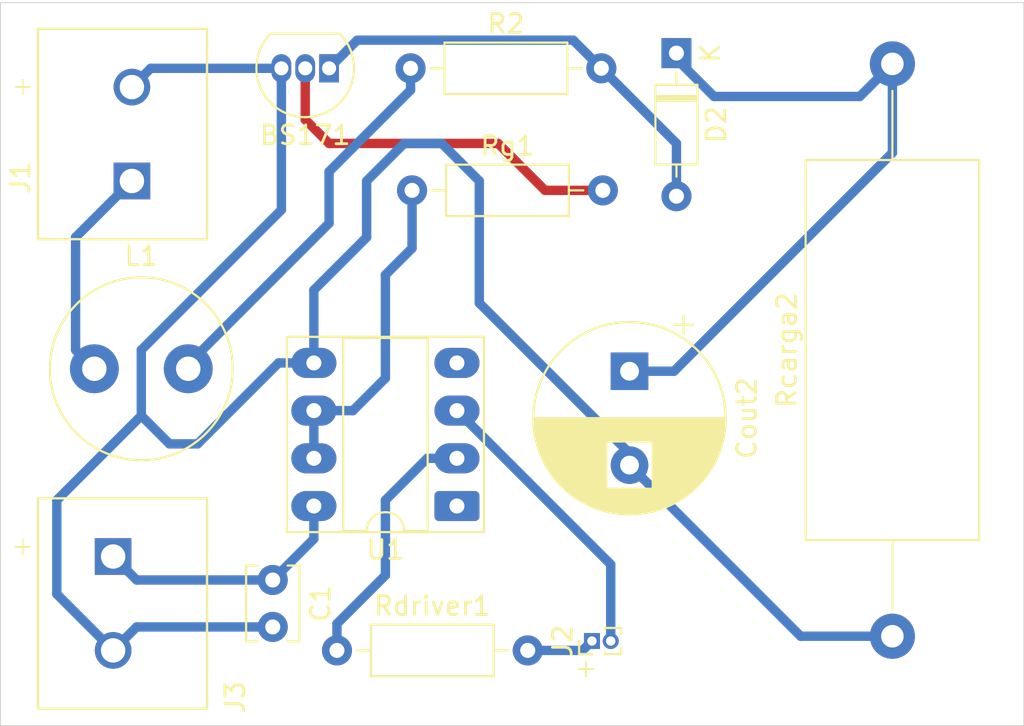
<source format=kicad_pcb>
(kicad_pcb (version 20241229) (generator "pcbnew") (generator_version "9.0")
  (layers (0 "F.Cu" signal) (2 "B.Cu" signal) (13 "F.Paste" user) (15 "B.Paste" user) (5 "F.SilkS" user "F.Silkscreen") (7 "B.SilkS" user "B.Silkscreen") (1 "F.Mask" user) (3 "B.Mask" user) (25 "Edge.Cuts" user))
  (net 0 "")
  (net 1 "/Source")
  (net 2 "/Drain")
  (net 3 "/Gate")
  (net 4 "Net-(U1-VCC)")
  (net 5 "Net-(D2-K)")
  (net 6 "Net-(J1-Pad1)")
  (net 7 "Net-(J2-Pin_2)")
  (net 8 "Net-(J2-Pin_1)")
  (net 9 "Net-(L1-Pad2)")
  (net 10 "Net-(U1-Anode)")
  (net 11 "Net-(Rg1-Pad1)")
  (footprint "Capacitor_THT:CP_Radial_D10.0mm_P5.00mm" (layer "F.Cu") (at 144.5 75.132323 -90)
    (property "Reference" "Cout2" (at 2.5 -6.25 90) (layer "F.SilkS"))
    (property "Value" "160 uF")
    (fp_line (start 3.781 1.241) (end 3.781 4.918) (stroke (width 0.12)) (layer "F.SilkS"))
    (fp_line (start 3.821 1.241) (end 3.821 4.907) (stroke (width 0.12)) (layer "F.SilkS"))
    (fp_line (start 3.861 1.241) (end 3.861 4.897) (stroke (width 0.12)) (layer "F.SilkS"))
    (fp_line (start 3.901 1.241) (end 3.901 4.885) (stroke (width 0.12)) (layer "F.SilkS"))
    (fp_line (start 3.941 1.241) (end 3.941 4.874) (stroke (width 0.12)) (layer "F.SilkS"))
    (fp_line (start 3.981 1.241) (end 3.981 4.862) (stroke (width 0.12)) (layer "F.SilkS"))
    (fp_line (start 4.021 1.241) (end 4.021 4.85) (stroke (width 0.12)) (layer "F.SilkS"))
    (fp_line (start 4.061 1.241) (end 4.061 4.837) (stroke (width 0.12)) (layer "F.SilkS"))
    (fp_line (start 4.101 1.241) (end 4.101 4.824) (stroke (width 0.12)) (layer "F.SilkS"))
    (fp_line (start 4.141 1.241) (end 4.141 4.811) (stroke (width 0.12)) (layer "F.SilkS"))
    (fp_line (start 4.181 1.241) (end 4.181 4.797) (stroke (width 0.12)) (layer "F.SilkS"))
    (fp_line (start 4.221 1.241) (end 4.221 4.783) (stroke (width 0.12)) (layer "F.SilkS"))
    (fp_line (start 4.261 1.241) (end 4.261 4.768) (stroke (width 0.12)) (layer "F.SilkS"))
    (fp_line (start 4.301 1.241) (end 4.301 4.754) (stroke (width 0.12)) (layer "F.SilkS"))
    (fp_line (start 4.341 1.241) (end 4.341 4.738) (stroke (width 0.12)) (layer "F.SilkS"))
    (fp_line (start 4.381 1.241) (end 4.381 4.723) (stroke (width 0.12)) (layer "F.SilkS"))
    (fp_line (start 4.421 1.241) (end 4.421 4.707) (stroke (width 0.12)) (layer "F.SilkS"))
    (fp_line (start 4.461 1.241) (end 4.461 4.69) (stroke (width 0.12)) (layer "F.SilkS"))
    (fp_line (start 4.501 1.241) (end 4.501 4.674) (stroke (width 0.12)) (layer "F.SilkS"))
    (fp_line (start 4.541 1.241) (end 4.541 4.657) (stroke (width 0.12)) (layer "F.SilkS"))
    (fp_line (start 4.581 1.241) (end 4.581 4.639) (stroke (width 0.12)) (layer "F.SilkS"))
    (fp_line (start 4.621 1.241) (end 4.621 4.621) (stroke (width 0.12)) (layer "F.SilkS"))
    (fp_line (start 4.661 1.241) (end 4.661 4.603) (stroke (width 0.12)) (layer "F.SilkS"))
    (fp_line (start 4.701 1.241) (end 4.701 4.584) (stroke (width 0.12)) (layer "F.SilkS"))
    (fp_line (start 4.741 1.241) (end 4.741 4.564) (stroke (width 0.12)) (layer "F.SilkS"))
    (fp_line (start 4.781 1.241) (end 4.781 4.545) (stroke (width 0.12)) (layer "F.SilkS"))
    (fp_line (start 4.821 1.241) (end 4.821 4.525) (stroke (width 0.12)) (layer "F.SilkS"))
    (fp_line (start 4.861 1.241) (end 4.861 4.504) (stroke (width 0.12)) (layer "F.SilkS"))
    (fp_line (start 4.901 1.241) (end 4.901 4.483) (stroke (width 0.12)) (layer "F.SilkS"))
    (fp_line (start 4.941 1.241) (end 4.941 4.462) (stroke (width 0.12)) (layer "F.SilkS"))
    (fp_line (start 4.981 1.241) (end 4.981 4.44) (stroke (width 0.12)) (layer "F.SilkS"))
    (fp_line (start 5.021 1.241) (end 5.021 4.417) (stroke (width 0.12)) (layer "F.SilkS"))
    (fp_line (start 5.061 1.241) (end 5.061 4.395) (stroke (width 0.12)) (layer "F.SilkS"))
    (fp_line (start 5.101 1.241) (end 5.101 4.371) (stroke (width 0.12)) (layer "F.SilkS"))
    (fp_line (start 5.141 1.241) (end 5.141 4.347) (stroke (width 0.12)) (layer "F.SilkS"))
    (fp_line (start 5.181 1.241) (end 5.181 4.323) (stroke (width 0.12)) (layer "F.SilkS"))
    (fp_line (start 5.221 1.241) (end 5.221 4.298) (stroke (width 0.12)) (layer "F.SilkS"))
    (fp_line (start 5.261 1.241) (end 5.261 4.273) (stroke (width 0.12)) (layer "F.SilkS"))
    (fp_line (start 5.301 1.241) (end 5.301 4.247) (stroke (width 0.12)) (layer "F.SilkS"))
    (fp_line (start 5.341 1.241) (end 5.341 4.221) (stroke (width 0.12)) (layer "F.SilkS"))
    (fp_line (start 5.381 1.241) (end 5.381 4.194) (stroke (width 0.12)) (layer "F.SilkS"))
    (fp_line (start 5.421 1.241) (end 5.421 4.166) (stroke (width 0.12)) (layer "F.SilkS"))
    (fp_line (start 5.461 1.241) (end 5.461 4.138) (stroke (width 0.12)) (layer "F.SilkS"))
    (fp_line (start 5.501 1.241) (end 5.501 4.11) (stroke (width 0.12)) (layer "F.SilkS"))
    (fp_line (start 5.541 1.241) (end 5.541 4.08) (stroke (width 0.12)) (layer "F.SilkS"))
    (fp_line (start 5.581 1.241) (end 5.581 4.05) (stroke (width 0.12)) (layer "F.SilkS"))
    (fp_line (start 5.621 1.241) (end 5.621 4.02) (stroke (width 0.12)) (layer "F.SilkS"))
    (fp_line (start 5.661 1.241) (end 5.661 3.989) (stroke (width 0.12)) (layer "F.SilkS"))
    (fp_line (start 5.701 1.241) (end 5.701 3.957) (stroke (width 0.12)) (layer "F.SilkS"))
    (fp_line (start 5.741 1.241) (end 5.741 3.925) (stroke (width 0.12)) (layer "F.SilkS"))
    (fp_line (start 5.781 1.241) (end 5.781 3.892) (stroke (width 0.12)) (layer "F.SilkS"))
    (fp_line (start 5.821 1.241) (end 5.821 3.858) (stroke (width 0.12)) (layer "F.SilkS"))
    (fp_line (start 5.861 1.241) (end 5.861 3.824) (stroke (width 0.12)) (layer "F.SilkS"))
    (fp_line (start 5.901 1.241) (end 5.901 3.789) (stroke (width 0.12)) (layer "F.SilkS"))
    (fp_line (start 5.941 1.241) (end 5.941 3.753) (stroke (width 0.12)) (layer "F.SilkS"))
    (fp_line (start 5.981 1.241) (end 5.981 3.716) (stroke (width 0.12)) (layer "F.SilkS"))
    (fp_line (start 6.021 1.241) (end 6.021 3.679) (stroke (width 0.12)) (layer "F.SilkS"))
    (fp_line (start 6.061 1.241) (end 6.061 3.64) (stroke (width 0.12)) (layer "F.SilkS"))
    (fp_line (start 6.101 1.241) (end 6.101 3.601) (stroke (width 0.12)) (layer "F.SilkS"))
    (fp_line (start 6.141 1.241) (end 6.141 3.561) (stroke (width 0.12)) (layer "F.SilkS"))
    (fp_line (start 6.181 1.241) (end 6.181 3.52) (stroke (width 0.12)) (layer "F.SilkS"))
    (fp_line (start 6.221 1.241) (end 6.221 3.478) (stroke (width 0.12)) (layer "F.SilkS"))
    (fp_line (start 7.581 -0.599) (end 7.581 0.599) (stroke (width 0.12)) (layer "F.SilkS"))
    (fp_line (start 7.541 -0.862) (end 7.541 0.862) (stroke (width 0.12)) (layer "F.SilkS"))
    (fp_line (start 7.501 -1.062) (end 7.501 1.062) (stroke (width 0.12)) (layer "F.SilkS"))
    (fp_line (start 7.461 -1.23) (end 7.461 1.23) (stroke (width 0.12)) (layer "F.SilkS"))
    (fp_line (start 7.421 -1.378) (end 7.421 1.378) (stroke (width 0.12)) (layer "F.SilkS"))
    (fp_line (start 7.381 -1.51) (end 7.381 1.51) (stroke (width 0.12)) (layer "F.SilkS"))
    (fp_line (start 7.341 -1.63) (end 7.341 1.63) (stroke (width 0.12)) (layer "F.SilkS"))
    (fp_line (start 7.301 -1.742) (end 7.301 1.742) (stroke (width 0.12)) (layer "F.SilkS"))
    (fp_line (start 7.261 -1.846) (end 7.261 1.846) (stroke (width 0.12)) (layer "F.SilkS"))
    (fp_line (start 7.221 -1.944) (end 7.221 1.944) (stroke (width 0.12)) (layer "F.SilkS"))
    (fp_line (start 7.181 -2.037) (end 7.181 2.037) (stroke (width 0.12)) (layer "F.SilkS"))
    (fp_line (start 7.141 -2.125) (end 7.141 2.125) (stroke (width 0.12)) (layer "F.SilkS"))
    (fp_line (start 7.101 -2.209) (end 7.101 2.209) (stroke (width 0.12)) (layer "F.SilkS"))
    (fp_line (start 7.061 -2.289) (end 7.061 2.289) (stroke (width 0.12)) (layer "F.SilkS"))
    (fp_line (start 7.021 -2.365) (end 7.021 2.365) (stroke (width 0.12)) (layer "F.SilkS"))
    (fp_line (start 6.981 -2.439) (end 6.981 2.439) (stroke (width 0.12)) (layer "F.SilkS"))
    (fp_line (start 6.941 -2.51) (end 6.941 2.51) (stroke (width 0.12)) (layer "F.SilkS"))
    (fp_line (start 6.901 -2.579) (end 6.901 2.579) (stroke (width 0.12)) (layer "F.SilkS"))
    (fp_line (start 6.861 -2.645) (end 6.861 2.645) (stroke (width 0.12)) (layer "F.SilkS"))
    (fp_line (start 6.821 -2.709) (end 6.821 2.709) (stroke (width 0.12)) (layer "F.SilkS"))
    (fp_line (start 6.781 -2.77) (end 6.781 2.77) (stroke (width 0.12)) (layer "F.SilkS"))
    (fp_line (start 6.741 -2.83) (end 6.741 2.83) (stroke (width 0.12)) (layer "F.SilkS"))
    (fp_line (start -2.979646 -2.875) (end -1.979646 -2.875) (stroke (width 0.12)) (layer "F.SilkS"))
    (fp_line (start 6.701 -2.889) (end 6.701 2.889) (stroke (width 0.12)) (layer "F.SilkS"))
    (fp_line (start 6.661 -2.945) (end 6.661 2.945) (stroke (width 0.12)) (layer "F.SilkS"))
    (fp_line (start 6.621 -3) (end 6.621 3) (stroke (width 0.12)) (layer "F.SilkS"))
    (fp_line (start 6.581 -3.054) (end 6.581 3.054) (stroke (width 0.12)) (layer "F.SilkS"))
    (fp_line (start 6.541 -3.106) (end 6.541 3.106) (stroke (width 0.12)) (layer "F.SilkS"))
    (fp_line (start 6.501 -3.156) (end 6.501 3.156) (stroke (width 0.12)) (layer "F.SilkS"))
    (fp_line (start 6.461 -3.206) (end 6.461 3.206) (stroke (width 0.12)) (layer "F.SilkS"))
    (fp_line (start 6.421 -3.254) (end 6.421 3.254) (stroke (width 0.12)) (layer "F.SilkS"))
    (fp_line (start 6.381 -3.301) (end 6.381 3.301) (stroke (width 0.12)) (layer "F.SilkS"))
    (fp_line (start 6.341 -3.347) (end 6.341 3.347) (stroke (width 0.12)) (layer "F.SilkS"))
    (fp_line (start -2.479646 -3.375) (end -2.479646 -2.375) (stroke (width 0.12)) (layer "F.SilkS"))
    (fp_line (start 6.301 -3.392) (end 6.301 3.392) (stroke (width 0.12)) (layer "F.SilkS"))
    (fp_line (start 6.261 -3.436) (end 6.261 3.436) (stroke (width 0.12)) (layer "F.SilkS"))
    (fp_line (start 6.221 -3.478) (end 6.221 -1.241) (stroke (width 0.12)) (layer "F.SilkS"))
    (fp_line (start 6.181 -3.52) (end 6.181 -1.241) (stroke (width 0.12)) (layer "F.SilkS"))
    (fp_line (start 6.141 -3.561) (end 6.141 -1.241) (stroke (width 0.12)) (layer "F.SilkS"))
    (fp_line (start 6.101 -3.601) (end 6.101 -1.241) (stroke (width 0.12)) (layer "F.SilkS"))
    (fp_line (start 6.061 -3.64) (end 6.061 -1.241) (stroke (width 0.12)) (layer "F.SilkS"))
    (fp_line (start 6.021 -3.679) (end 6.021 -1.241) (stroke (width 0.12)) (layer "F.SilkS"))
    (fp_line (start 5.981 -3.716) (end 5.981 -1.241) (stroke (width 0.12)) (layer "F.SilkS"))
    (fp_line (start 5.941 -3.753) (end 5.941 -1.241) (stroke (width 0.12)) (layer "F.SilkS"))
    (fp_line (start 5.901 -3.789) (end 5.901 -1.241) (stroke (width 0.12)) (layer "F.SilkS"))
    (fp_line (start 5.861 -3.824) (end 5.861 -1.241) (stroke (width 0.12)) (layer "F.SilkS"))
    (fp_line (start 5.821 -3.858) (end 5.821 -1.241) (stroke (width 0.12)) (layer "F.SilkS"))
    (fp_line (start 5.781 -3.892) (end 5.781 -1.241) (stroke (width 0.12)) (layer "F.SilkS"))
    (fp_line (start 5.741 -3.925) (end 5.741 -1.241) (stroke (width 0.12)) (layer "F.SilkS"))
    (fp_line (start 5.701 -3.957) (end 5.701 -1.241) (stroke (width 0.12)) (layer "F.SilkS"))
    (fp_line (start 5.661 -3.989) (end 5.661 -1.241) (stroke (width 0.12)) (layer "F.SilkS"))
    (fp_line (start 5.621 -4.02) (end 5.621 -1.241) (stroke (width 0.12)) (layer "F.SilkS"))
    (fp_line (start 5.581 -4.05) (end 5.581 -1.241) (stroke (width 0.12)) (layer "F.SilkS"))
    (fp_line (start 5.541 -4.08) (end 5.541 -1.241) (stroke (width 0.12)) (layer "F.SilkS"))
    (fp_line (start 5.501 -4.11) (end 5.501 -1.241) (stroke (width 0.12)) (layer "F.SilkS"))
    (fp_line (start 5.461 -4.138) (end 5.461 -1.241) (stroke (width 0.12)) (layer "F.SilkS"))
    (fp_line (start 5.421 -4.166) (end 5.421 -1.241) (stroke (width 0.12)) (layer "F.SilkS"))
    (fp_line (start 5.381 -4.194) (end 5.381 -1.241) (stroke (width 0.12)) (layer "F.SilkS"))
    (fp_line (start 5.341 -4.221) (end 5.341 -1.241) (stroke (width 0.12)) (layer "F.SilkS"))
    (fp_line (start 5.301 -4.247) (end 5.301 -1.241) (stroke (width 0.12)) (layer "F.SilkS"))
    (fp_line (start 5.261 -4.273) (end 5.261 -1.241) (stroke (width 0.12)) (layer "F.SilkS"))
    (fp_line (start 5.221 -4.298) (end 5.221 -1.241) (stroke (width 0.12)) (layer "F.SilkS"))
    (fp_line (start 5.181 -4.323) (end 5.181 -1.241) (stroke (width 0.12)) (layer "F.SilkS"))
    (fp_line (start 5.141 -4.347) (end 5.141 -1.241) (stroke (width 0.12)) (layer "F.SilkS"))
    (fp_line (start 5.101 -4.371) (end 5.101 -1.241) (stroke (width 0.12)) (layer "F.SilkS"))
    (fp_line (start 5.061 -4.395) (end 5.061 -1.241) (stroke (width 0.12)) (layer "F.SilkS"))
    (fp_line (start 5.021 -4.417) (end 5.021 -1.241) (stroke (width 0.12)) (layer "F.SilkS"))
    (fp_line (start 4.981 -4.44) (end 4.981 -1.241) (stroke (width 0.12)) (layer "F.SilkS"))
    (fp_line (start 4.941 -4.462) (end 4.941 -1.241) (stroke (width 0.12)) (layer "F.SilkS"))
    (fp_line (start 4.901 -4.483) (end 4.901 -1.241) (stroke (width 0.12)) (layer "F.SilkS"))
    (fp_line (start 4.861 -4.504) (end 4.861 -1.241) (stroke (width 0.12)) (layer "F.SilkS"))
    (fp_line (start 4.821 -4.525) (end 4.821 -1.241) (stroke (width 0.12)) (layer "F.SilkS"))
    (fp_line (start 4.781 -4.545) (end 4.781 -1.241) (stroke (width 0.12)) (layer "F.SilkS"))
    (fp_line (start 4.741 -4.564) (end 4.741 -1.241) (stroke (width 0.12)) (layer "F.SilkS"))
    (fp_line (start 4.701 -4.584) (end 4.701 -1.241) (stroke (width 0.12)) (layer "F.SilkS"))
    (fp_line (start 4.661 -4.603) (end 4.661 -1.241) (stroke (width 0.12)) (layer "F.SilkS"))
    (fp_line (start 4.621 -4.621) (end 4.621 -1.241) (stroke (width 0.12)) (layer "F.SilkS"))
    (fp_line (start 4.581 -4.639) (end 4.581 -1.241) (stroke (width 0.12)) (layer "F.SilkS"))
    (fp_line (start 4.541 -4.657) (end 4.541 -1.241) (stroke (width 0.12)) (layer "F.SilkS"))
    (fp_line (start 4.501 -4.674) (end 4.501 -1.241) (stroke (width 0.12)) (layer "F.SilkS"))
    (fp_line (start 4.461 -4.69) (end 4.461 -1.241) (stroke (width 0.12)) (layer "F.SilkS"))
    (fp_line (start 4.421 -4.707) (end 4.421 -1.241) (stroke (width 0.12)) (layer "F.SilkS"))
    (fp_line (start 4.381 -4.723) (end 4.381 -1.241) (stroke (width 0.12)) (layer "F.SilkS"))
    (fp_line (start 4.341 -4.738) (end 4.341 -1.241) (stroke (width 0.12)) (layer "F.SilkS"))
    (fp_line (start 4.301 -4.754) (end 4.301 -1.241) (stroke (width 0.12)) (layer "F.SilkS"))
    (fp_line (start 4.261 -4.768) (end 4.261 -1.241) (stroke (width 0.12)) (layer "F.SilkS"))
    (fp_line (start 4.221 -4.783) (end 4.221 -1.241) (stroke (width 0.12)) (layer "F.SilkS"))
    (fp_line (start 4.181 -4.797) (end 4.181 -1.241) (stroke (width 0.12)) (layer "F.SilkS"))
    (fp_line (start 4.141 -4.811) (end 4.141 -1.241) (stroke (width 0.12)) (layer "F.SilkS"))
    (fp_line (start 4.101 -4.824) (end 4.101 -1.241) (stroke (width 0.12)) (layer "F.SilkS"))
    (fp_line (start 4.061 -4.837) (end 4.061 -1.241) (stroke (width 0.12)) (layer "F.SilkS"))
    (fp_line (start 4.021 -4.85) (end 4.021 -1.241) (stroke (width 0.12)) (layer "F.SilkS"))
    (fp_line (start 3.981 -4.862) (end 3.981 -1.241) (stroke (width 0.12)) (layer "F.SilkS"))
    (fp_line (start 3.941 -4.874) (end 3.941 -1.241) (stroke (width 0.12)) (layer "F.SilkS"))
    (fp_line (start 3.901 -4.885) (end 3.901 -1.241) (stroke (width 0.12)) (layer "F.SilkS"))
    (fp_line (start 3.861 -4.897) (end 3.861 -1.241) (stroke (width 0.12)) (layer "F.SilkS"))
    (fp_line (start 3.821 -4.907) (end 3.821 -1.241) (stroke (width 0.12)) (layer "F.SilkS"))
    (fp_line (start 3.781 -4.918) (end 3.781 -1.241) (stroke (width 0.12)) (layer "F.SilkS"))
    (fp_line (start 3.741 -4.928) (end 3.741 4.928) (stroke (width 0.12)) (layer "F.SilkS"))
    (fp_line (start 3.701 -4.938) (end 3.701 4.938) (stroke (width 0.12)) (layer "F.SilkS"))
    (fp_line (start 3.661 -4.947) (end 3.661 4.947) (stroke (width 0.12)) (layer "F.SilkS"))
    (fp_line (start 3.621 -4.956) (end 3.621 4.956) (stroke (width 0.12)) (layer "F.SilkS"))
    (fp_line (start 3.581 -4.965) (end 3.581 4.965) (stroke (width 0.12)) (layer "F.SilkS"))
    (fp_line (start 3.541 -4.974) (end 3.541 4.974) (stroke (width 0.12)) (layer "F.SilkS"))
    (fp_line (start 3.501 -4.982) (end 3.501 4.982) (stroke (width 0.12)) (layer "F.SilkS"))
    (fp_line (start 3.461 -4.99) (end 3.461 4.99) (stroke (width 0.12)) (layer "F.SilkS"))
    (fp_line (start 3.421 -4.997) (end 3.421 4.997) (stroke (width 0.12)) (layer "F.SilkS"))
    (fp_line (start 3.381 -5.004) (end 3.381 5.004) (stroke (width 0.12)) (layer "F.SilkS"))
    (fp_line (start 3.341 -5.011) (end 3.341 5.011) (stroke (width 0.12)) (layer "F.SilkS"))
    (fp_line (start 3.301 -5.018) (end 3.301 5.018) (stroke (width 0.12)) (layer "F.SilkS"))
    (fp_line (start 3.261 -5.024) (end 3.261 5.024) (stroke (width 0.12)) (layer "F.SilkS"))
    (fp_line (start 3.221 -5.03) (end 3.221 5.03) (stroke (width 0.12)) (layer "F.SilkS"))
    (fp_line (start 3.18 -5.035) (end 3.18 5.035) (stroke (width 0.12)) (layer "F.SilkS"))
    (fp_line (start 3.14 -5.04) (end 3.14 5.04) (stroke (width 0.12)) (layer "F.SilkS"))
    (fp_line (start 3.1 -5.045) (end 3.1 5.045) (stroke (width 0.12)) (layer "F.SilkS"))
    (fp_line (start 3.06 -5.05) (end 3.06 5.05) (stroke (width 0.12)) (layer "F.SilkS"))
    (fp_line (start 3.02 -5.054) (end 3.02 5.054) (stroke (width 0.12)) (layer "F.SilkS"))
    (fp_line (start 2.98 -5.058) (end 2.98 5.058) (stroke (width 0.12)) (layer "F.SilkS"))
    (fp_line (start 2.94 -5.062) (end 2.94 5.062) (stroke (width 0.12)) (layer "F.SilkS"))
    (fp_line (start 2.9 -5.065) (end 2.9 5.065) (stroke (width 0.12)) (layer "F.SilkS"))
    (fp_line (start 2.86 -5.068) (end 2.86 5.068) (stroke (width 0.12)) (layer "F.SilkS"))
    (fp_line (start 2.82 -5.07) (end 2.82 5.07) (stroke (width 0.12)) (layer "F.SilkS"))
    (fp_line (start 2.78 -5.073) (end 2.78 5.073) (stroke (width 0.12)) (layer "F.SilkS"))
    (fp_line (start 2.74 -5.075) (end 2.74 5.075) (stroke (width 0.12)) (layer "F.SilkS"))
    (fp_line (start 2.7 -5.077) (end 2.7 5.077) (stroke (width 0.12)) (layer "F.SilkS"))
    (fp_line (start 2.66 -5.078) (end 2.66 5.078) (stroke (width 0.12)) (layer "F.SilkS"))
    (fp_line (start 2.62 -5.079) (end 2.62 5.079) (stroke (width 0.12)) (layer "F.SilkS"))
    (fp_line (start 2.5 -5.08) (end 2.5 5.08) (stroke (width 0.12)) (layer "F.SilkS"))
    (fp_line (start 2.54 -5.08) (end 2.54 5.08) (stroke (width 0.12)) (layer "F.SilkS"))
    (fp_line (start 2.58 -5.08) (end 2.58 5.08) (stroke (width 0.12)) (layer "F.SilkS"))
    (fp_circle (center 2.5 0) (end 7.62 0) (stroke (width 0.12)) (fill no) (layer "F.SilkS"))
    (pad "1" thru_hole rect (at 0 0 270) (size 2 2) (drill 1) (layers "*.Cu" "*.Mask") (net 5 "Net-(D2-K)"))
    (pad "2" thru_hole circle (at 5 0 270) (size 2 2) (drill 1) (layers "*.Cu" "*.Mask") (net 1 "/Source"))
  )
  (footprint "componentes_footprint:OST_OSTTA020161" (layer "F.Cu") (at 118 62.5 90)
    (property "Reference" "J1" (at -2.32623 -5.93816 90) (layer "F.SilkS") (effects (font (size 1.000535 1.000535))))
    (property "Value" "12 V")
    (fp_line (start 5.6 -5) (end 5.6 4) (stroke (width 0.127)) (layer "F.SilkS"))
    (fp_line (start -5.6 -5) (end 5.6 -5) (stroke (width 0.127)) (layer "F.SilkS"))
    (fp_line (start 5.6 4) (end -5.6 4) (stroke (width 0.127)) (layer "F.SilkS"))
    (fp_line (start -5.6 4) (end -5.6 -5) (stroke (width 0.127)) (layer "F.SilkS"))
    (pad "1" thru_hole rect (at -2.5 0 90) (size 1.95 1.95) (drill 1.3) (layers "*.Cu" "*.Mask") (net 6 "Net-(J1-Pad1)"))
    (pad "2" thru_hole circle (at 2.5 0 90) (size 1.95 1.95) (drill 1.3) (layers "*.Cu" "*.Mask") (net 1 "/Source"))
  )
  (footprint "Resistor_THT:R_Axial_DIN0207_L6.3mm_D2.5mm_P10.16mm_Horizontal" (layer "F.Cu") (at 128.92 90)
    (property "Reference" "Rdriver1" (at 5.08 -2.37 0) (layer "F.SilkS"))
    (property "Value" "500")
    (fp_line (start 1.04 0) (end 1.81 0) (stroke (width 0.12)) (layer "F.SilkS"))
    (fp_line (start 1.81 -1.37) (end 1.81 1.37) (stroke (width 0.12)) (layer "F.SilkS"))
    (fp_line (start 1.81 1.37) (end 8.35 1.37) (stroke (width 0.12)) (layer "F.SilkS"))
    (fp_line (start 8.35 -1.37) (end 1.81 -1.37) (stroke (width 0.12)) (layer "F.SilkS"))
    (fp_line (start 8.35 1.37) (end 8.35 -1.37) (stroke (width 0.12)) (layer "F.SilkS"))
    (fp_line (start 9.12 0) (end 8.35 0) (stroke (width 0.12)) (layer "F.SilkS"))
    (pad "1" thru_hole circle (at 0 0) (size 1.6 1.6) (drill 0.8) (layers "*.Cu" "*.Mask") (net 10 "Net-(U1-Anode)"))
    (pad "2" thru_hole oval (at 10.16 0) (size 1.6 1.6) (drill 0.8) (layers "*.Cu" "*.Mask") (net 8 "Net-(J2-Pin_1)"))
  )
  (footprint "Capacitor_THT:C_Disc_D3.8mm_W2.6mm_P2.50mm" (layer "F.Cu") (at 125.5 86.25 -90)
    (property "Reference" "C1" (at 1.25 -2.55 90) (layer "F.SilkS"))
    (property "Value" "0.1 uF")
    (fp_line (start -0.77 1.42) (end 3.27 1.42) (stroke (width 0.12)) (layer "F.SilkS"))
    (fp_line (start -0.77 0.795) (end -0.77 1.42) (stroke (width 0.12)) (layer "F.SilkS"))
    (fp_line (start 3.27 0.795) (end 3.27 1.42) (stroke (width 0.12)) (layer "F.SilkS"))
    (fp_line (start -0.77 -1.42) (end -0.77 -0.795) (stroke (width 0.12)) (layer "F.SilkS"))
    (fp_line (start -0.77 -1.42) (end 3.27 -1.42) (stroke (width 0.12)) (layer "F.SilkS"))
    (fp_line (start 3.27 -1.42) (end 3.27 -0.795) (stroke (width 0.12)) (layer "F.SilkS"))
    (pad "1" thru_hole circle (at 0 0 270) (size 1.6 1.6) (drill 0.8) (layers "*.Cu" "*.Mask") (net 4 "Net-(U1-VCC)"))
    (pad "2" thru_hole circle (at 2.5 0 270) (size 1.6 1.6) (drill 0.8) (layers "*.Cu" "*.Mask") (net 1 "/Source"))
  )
  (footprint "Resistor_THT:R_Axial_DIN0922_L20.0mm_D9.0mm_P30.48mm_Horizontal" (layer "F.Cu") (at 158.5 89.245 90)
    (property "Reference" "Rcarga2" (at 15.24 -5.62 90) (layer "F.SilkS"))
    (property "Value" "100 Ω")
    (fp_line (start 25.36 -4.62) (end 5.12 -4.62) (stroke (width 0.12)) (layer "F.SilkS"))
    (fp_line (start 5.12 -4.62) (end 5.12 4.62) (stroke (width 0.12)) (layer "F.SilkS"))
    (fp_line (start 29.04 0) (end 25.36 0) (stroke (width 0.12)) (layer "F.SilkS"))
    (fp_line (start 1.44 0) (end 5.12 0) (stroke (width 0.12)) (layer "F.SilkS"))
    (fp_line (start 25.36 4.62) (end 25.36 -4.62) (stroke (width 0.12)) (layer "F.SilkS"))
    (fp_line (start 5.12 4.62) (end 25.36 4.62) (stroke (width 0.12)) (layer "F.SilkS"))
    (pad "1" thru_hole circle (at 0 0 90) (size 2.4 2.4) (drill 1.2) (layers "*.Cu" "*.Mask") (net 1 "/Source"))
    (pad "2" thru_hole oval (at 30.48 0 90) (size 2.4 2.4) (drill 1.2) (layers "*.Cu" "*.Mask") (net 5 "Net-(D2-K)"))
  )
  (footprint "Package_DIP:DIP-8_W7.62mm_Socket_LongPads" (layer "F.Cu") (at 135.31 82.31 180)
    (property "Reference" "U1" (at 3.81 -2.33 0) (layer "F.SilkS"))
    (property "Value" "~")
    (fp_line (start 6.06 8.95) (end 6.06 -1.33) (stroke (width 0.12)) (layer "F.SilkS"))
    (fp_line (start 6.06 -1.33) (end 4.81 -1.33) (stroke (width 0.12)) (layer "F.SilkS"))
    (fp_line (start 2.81 -1.33) (end 1.56 -1.33) (stroke (width 0.12)) (layer "F.SilkS"))
    (fp_line (start 1.56 8.95) (end 6.06 8.95) (stroke (width 0.12)) (layer "F.SilkS"))
    (fp_line (start 1.56 -1.33) (end 1.56 8.95) (stroke (width 0.12)) (layer "F.SilkS"))
    (fp_rect (start -1.44 -1.39) (end 9.06 9.01) (stroke (width 0.12)) (fill no) (layer "F.SilkS"))
    (fp_arc (start 4.81 -1.33) (mid 3.81 -0.33) (end 2.81 -1.33) (stroke (width 0.12)) (layer "F.SilkS"))
    (pad "1" thru_hole roundrect (at 0 0 180) (size 2.4 1.6) (drill 0.8) (layers "*.Cu" "*.Mask") (roundrect_rratio 0.15625))
    (pad "2" thru_hole oval (at 0 2.54 180) (size 2.4 1.6) (drill 0.8) (layers "*.Cu" "*.Mask") (net 10 "Net-(U1-Anode)"))
    (pad "3" thru_hole oval (at 0 5.08 180) (size 2.4 1.6) (drill 0.8) (layers "*.Cu" "*.Mask") (net 7 "Net-(J2-Pin_2)"))
    (pad "4" thru_hole oval (at 0 7.62 180) (size 2.4 1.6) (drill 0.8) (layers "*.Cu" "*.Mask"))
    (pad "5" thru_hole oval (at 7.62 7.62 180) (size 2.4 1.6) (drill 0.8) (layers "*.Cu" "*.Mask") (net 1 "/Source"))
    (pad "6" thru_hole oval (at 7.62 5.08 180) (size 2.4 1.6) (drill 0.8) (layers "*.Cu" "*.Mask") (net 11 "Net-(Rg1-Pad1)"))
    (pad "7" thru_hole oval (at 7.62 2.54 180) (size 2.4 1.6) (drill 0.8) (layers "*.Cu" "*.Mask") (net 11 "Net-(Rg1-Pad1)"))
    (pad "8" thru_hole oval (at 7.62 0 180) (size 2.4 1.6) (drill 0.8) (layers "*.Cu" "*.Mask") (net 4 "Net-(U1-VCC)"))
  )
  (footprint "Resistor_THT:R_Axial_DIN0207_L6.3mm_D2.5mm_P10.16mm_Horizontal" (layer "F.Cu") (at 132.84 59)
    (property "Reference" "R2" (at 5.08 -2.37 0) (layer "F.SilkS"))
    (property "Value" "0.33 Ω")
    (fp_line (start 1.04 0) (end 1.81 0) (stroke (width 0.12)) (layer "F.SilkS"))
    (fp_line (start 1.81 -1.37) (end 1.81 1.37) (stroke (width 0.12)) (layer "F.SilkS"))
    (fp_line (start 1.81 1.37) (end 8.35 1.37) (stroke (width 0.12)) (layer "F.SilkS"))
    (fp_line (start 8.35 -1.37) (end 1.81 -1.37) (stroke (width 0.12)) (layer "F.SilkS"))
    (fp_line (start 8.35 1.37) (end 8.35 -1.37) (stroke (width 0.12)) (layer "F.SilkS"))
    (fp_line (start 9.12 0) (end 8.35 0) (stroke (width 0.12)) (layer "F.SilkS"))
    (pad "1" thru_hole circle (at 0 0) (size 1.6 1.6) (drill 0.8) (layers "*.Cu" "*.Mask") (net 9 "Net-(L1-Pad2)"))
    (pad "2" thru_hole oval (at 10.16 0) (size 1.6 1.6) (drill 0.8) (layers "*.Cu" "*.Mask") (net 2 "/Drain"))
  )
  (footprint "Connector_PinHeader_1.00mm:PinHeader_1x02_P1.00mm_Vertical" (layer "F.Cu") (at 142.5 89.5 90)
    (property "Reference" "J2" (at 0 -1.56 90) (layer "F.SilkS"))
    (property "Value" "PWM 5 V")
    (fp_line (start -0.695 -0.685) (end 0 -0.685) (stroke (width 0.12)) (layer "F.SilkS"))
    (fp_line (start -0.695 0) (end -0.695 -0.685) (stroke (width 0.12)) (layer "F.SilkS"))
    (fp_line (start 0.695 0.685) (end 0.695 1.56) (stroke (width 0.12)) (layer "F.SilkS"))
    (fp_line (start 0.608276 0.685) (end 0.695 0.685) (stroke (width 0.12)) (layer "F.SilkS"))
    (fp_line (start -0.695 0.685) (end -0.608276 0.685) (stroke (width 0.12)) (layer "F.SilkS"))
    (fp_line (start -0.695 0.685) (end -0.695 1.56) (stroke (width 0.12)) (layer "F.SilkS"))
    (fp_line (start 0.394493 1.56) (end 0.695 1.56) (stroke (width 0.12)) (layer "F.SilkS"))
    (fp_line (start -0.695 1.56) (end -0.394493 1.56) (stroke (width 0.12)) (layer "F.SilkS"))
    (pad "1" thru_hole rect (at 0 0 90) (size 0.85 0.85) (drill 0.5) (layers "*.Cu" "*.Mask") (net 8 "Net-(J2-Pin_1)"))
    (pad "2" thru_hole oval (at 0 1 90) (size 0.85 0.85) (drill 0.5) (layers "*.Cu" "*.Mask") (net 7 "Net-(J2-Pin_2)"))
  )
  (footprint "Inductor_THT:L_Radial_D9.5mm_P5.00mm_Fastron_07HVP" (layer "F.Cu") (at 116 75)
    (property "Reference" "L1" (at 2.5 -6 0) (layer "F.SilkS"))
    (property "Value" "4.7 mH")
    (fp_circle (center 2.5 0) (end 7.37 0) (stroke (width 0.12)) (fill no) (layer "F.SilkS"))
    (pad "1" thru_hole circle (at 0 0) (size 2.6 2.6) (drill 1.3) (layers "*.Cu" "*.Mask") (net 6 "Net-(J1-Pad1)"))
    (pad "2" thru_hole circle (at 5 0) (size 2.6 2.6) (drill 1.3) (layers "*.Cu" "*.Mask") (net 9 "Net-(L1-Pad2)"))
  )
  (footprint "componentes_footprint:OST_OSTTA020161" (layer "F.Cu") (at 117 87.5 -90)
    (property "Reference" "J3" (at 5 -6.5 90) (layer "F.SilkS") (effects (font (size 1.000535 1.000535))))
    (property "Value" "15 V")
    (fp_line (start -5.6 4) (end -5.6 -5) (stroke (width 0.127)) (layer "F.SilkS"))
    (fp_line (start 5.6 4) (end -5.6 4) (stroke (width 0.127)) (layer "F.SilkS"))
    (fp_line (start -5.6 -5) (end 5.6 -5) (stroke (width 0.127)) (layer "F.SilkS"))
    (fp_line (start 5.6 -5) (end 5.6 4) (stroke (width 0.127)) (layer "F.SilkS"))
    (pad "1" thru_hole rect (at -2.5 0 270) (size 1.95 1.95) (drill 1.3) (layers "*.Cu" "*.Mask") (net 4 "Net-(U1-VCC)"))
    (pad "2" thru_hole circle (at 2.5 0 270) (size 1.95 1.95) (drill 1.3) (layers "*.Cu" "*.Mask") (net 1 "/Source"))
  )
  (footprint "Diode_THT:D_DO-35_SOD27_P7.62mm_Horizontal" (layer "F.Cu") (at 147 58.19 -90)
    (property "Reference" "D2" (at 3.81 -2.12 90) (layer "F.SilkS"))
    (property "Value" "~")
    (fp_line (start 1.69 1.12) (end 5.93 1.12) (stroke (width 0.12)) (layer "F.SilkS"))
    (fp_line (start 5.93 1.12) (end 5.93 -1.12) (stroke (width 0.12)) (layer "F.SilkS"))
    (fp_line (start 1.04 0) (end 1.69 0) (stroke (width 0.12)) (layer "F.SilkS"))
    (fp_line (start 6.58 0) (end 5.93 0) (stroke (width 0.12)) (layer "F.SilkS"))
    (fp_line (start 1.69 -1.12) (end 1.69 1.12) (stroke (width 0.12)) (layer "F.SilkS"))
    (fp_line (start 2.29 -1.12) (end 2.29 1.12) (stroke (width 0.12)) (layer "F.SilkS"))
    (fp_line (start 2.41 -1.12) (end 2.41 1.12) (stroke (width 0.12)) (layer "F.SilkS"))
    (fp_line (start 2.53 -1.12) (end 2.53 1.12) (stroke (width 0.12)) (layer "F.SilkS"))
    (fp_line (start 5.93 -1.12) (end 1.69 -1.12) (stroke (width 0.12)) (layer "F.SilkS"))
    (fp_text user "K" (at 0 -1.8 90) (layer "F.SilkS"))
    (pad "1" thru_hole rect (at 0 0 270) (size 1.6 1.6) (drill 0.8) (layers "*.Cu" "*.Mask") (net 5 "Net-(D2-K)"))
    (pad "2" thru_hole oval (at 7.62 0 270) (size 1.6 1.6) (drill 0.8) (layers "*.Cu" "*.Mask") (net 2 "/Drain"))
  )
  (footprint "Package_TO_SOT_THT:TO-92_Inline" (layer "F.Cu") (at 128.5 59 180)
    (property "Reference" "BS171" (at 1.27 -3.56 0) (layer "F.SilkS"))
    (property "Value" "~")
    (fp_line (start -0.53 1.85) (end 3.07 1.85) (stroke (width 0.12)) (layer "F.SilkS"))
    (fp_arc (start 1.27 -2.6) (mid 3.672087 -0.994977) (end 3.108478 1.838478) (stroke (width 0.12)) (layer "F.SilkS"))
    (fp_arc (start -0.568478 1.838478) (mid -1.132087 -0.994977) (end 1.27 -2.6) (stroke (width 0.12)) (layer "F.SilkS"))
    (pad "1" thru_hole rect (at 0 0 180) (size 1.05 1.5) (drill 0.75) (layers "*.Cu" "*.Mask") (net 2 "/Drain"))
    (pad "2" thru_hole oval (at 1.27 0 180) (size 1.05 1.5) (drill 0.75) (layers "*.Cu" "*.Mask") (net 3 "/Gate"))
    (pad "3" thru_hole oval (at 2.54 0 180) (size 1.05 1.5) (drill 0.75) (layers "*.Cu" "*.Mask") (net 1 "/Source"))
  )
  (footprint "Resistor_THT:R_Axial_DIN0207_L6.3mm_D2.5mm_P10.16mm_Horizontal" (layer "F.Cu") (at 132.92 65.5)
    (property "Reference" "Rg1" (at 5.08 -2.37 0) (layer "F.SilkS"))
    (property "Value" "12 Ω")
    (fp_line (start 1.04 0) (end 1.81 0) (stroke (width 0.12)) (layer "F.SilkS"))
    (fp_line (start 1.81 -1.37) (end 1.81 1.37) (stroke (width 0.12)) (layer "F.SilkS"))
    (fp_line (start 1.81 1.37) (end 8.35 1.37) (stroke (width 0.12)) (layer "F.SilkS"))
    (fp_line (start 8.35 -1.37) (end 1.81 -1.37) (stroke (width 0.12)) (layer "F.SilkS"))
    (fp_line (start 8.35 1.37) (end 8.35 -1.37) (stroke (width 0.12)) (layer "F.SilkS"))
    (fp_line (start 9.12 0) (end 8.35 0) (stroke (width 0.12)) (layer "F.SilkS"))
    (pad "1" thru_hole circle (at 0 0) (size 1.6 1.6) (drill 0.8) (layers "*.Cu" "*.Mask") (net 11 "Net-(Rg1-Pad1)"))
    (pad "2" thru_hole oval (at 10.16 0) (size 1.6 1.6) (drill 0.8) (layers "*.Cu" "*.Mask") (net 3 "/Gate"))
  )
  (gr_rect (start 111 55.5) (end 165.5 94) (stroke (width 0.05)) (fill no) (layer "Edge.Cuts"))
  (gr_text "+\n" (at 111.5 85 0) (layer "F.SilkS") (effects (font (size 1 1) (thickness 0.1)) (justify left bottom)))
  (gr_text "+\n" (at 111.5 60.5 0) (layer "F.SilkS") (effects (font (size 1 1) (thickness 0.1)) (justify left bottom)))
  (gr_text "+\n" (at 141.5 91.5 0) (layer "F.SilkS") (effects (font (size 1 1) (thickness 0.1)) (justify left bottom)))
  (segment (start 132.5 63) (end 130.5 65) (width 0.5) (layer "B.Cu") (net 1))
  (segment (start 125.5 88.75) (end 118.25 88.75) (width 0.5) (layer "B.Cu") (net 1))
  (segment (start 125.96 66.54) (end 118.5 74) (width 0.5) (layer "B.Cu") (net 1))
  (segment (start 134.5 63) (end 132.5 63) (width 0.5) (layer "B.Cu") (net 1))
  (segment (start 120 79) (end 121.5 79) (width 0.5) (layer "B.Cu") (net 1))
  (segment (start 130.5 65) (end 130.5 68) (width 0.5) (layer "B.Cu") (net 1))
  (segment (start 125.81 74.69) (end 127.69 74.69) (width 0.5) (layer "B.Cu") (net 1))
  (segment (start 114 82) (end 118.5 77.5) (width 0.5) (layer "B.Cu") (net 1))
  (segment (start 136.5 71.5) (end 136.5 65) (width 0.5) (layer "B.Cu") (net 1))
  (segment (start 118.5 77.5) (end 120 79) (width 0.5) (layer "B.Cu") (net 1))
  (segment (start 118.5 74) (end 118.5 77.5) (width 0.5) (layer "B.Cu") (net 1))
  (segment (start 117 90) (end 114 87) (width 0.5) (layer "B.Cu") (net 1))
  (segment (start 130.5 68) (end 127.69 70.81) (width 0.5) (layer "B.Cu") (net 1))
  (segment (start 118 60) (end 119 59) (width 0.5) (layer "B.Cu") (net 1))
  (segment (start 144.5 79.5) (end 136.5 71.5) (width 0.5) (layer "B.Cu") (net 1))
  (segment (start 127.69 70.81) (end 127.69 74.69) (width 0.5) (layer "B.Cu") (net 1))
  (segment (start 158.5 89.245) (end 153.612677 89.245) (width 0.5) (layer "B.Cu") (net 1))
  (segment (start 119 59) (end 125.96 59) (width 0.5) (layer "B.Cu") (net 1))
  (segment (start 144.5 80.132323) (end 144.5 79.5) (width 0.5) (layer "B.Cu") (net 1))
  (segment (start 125.96 59) (end 125.96 66.54) (width 0.5) (layer "B.Cu") (net 1))
  (segment (start 153.612677 89.245) (end 144.5 80.132323) (width 0.5) (layer "B.Cu") (net 1))
  (segment (start 121.5 79) (end 125.81 74.69) (width 0.5) (layer "B.Cu") (net 1))
  (segment (start 118.25 88.75) (end 117 90) (width 0.5) (layer "B.Cu") (net 1))
  (segment (start 136.5 65) (end 134.5 63) (width 0.5) (layer "B.Cu") (net 1))
  (segment (start 114 87) (end 114 82) (width 0.5) (layer "B.Cu") (net 1))
  (segment (start 141.5 57.5) (end 130 57.5) (width 0.5) (layer "B.Cu") (net 2))
  (segment (start 130 57.5) (end 128.5 59) (width 0.5) (layer "B.Cu") (net 2))
  (segment (start 147 63) (end 143 59) (width 0.5) (layer "B.Cu") (net 2))
  (segment (start 143 59) (end 141.5 57.5) (width 0.5) (layer "B.Cu") (net 2))
  (segment (start 147 65.81) (end 147 63) (width 0.5) (layer "B.Cu") (net 2))
  (segment (start 140 65.5) (end 137.5 63) (width 0.5) (layer "F.Cu") (net 3))
  (segment (start 143.08 65.5) (end 140 65.5) (width 0.5) (layer "F.Cu") (net 3))
  (segment (start 127.23 61.73) (end 127.23 59) (width 0.5) (layer "F.Cu") (net 3))
  (segment (start 137.5 63) (end 128.5 63) (width 0.5) (layer "F.Cu") (net 3))
  (segment (start 128.5 63) (end 127.23 61.73) (width 0.5) (layer "F.Cu") (net 3))
  (segment (start 127.69 84.06) (end 125.5 86.25) (width 0.5) (layer "B.Cu") (net 4))
  (segment (start 125.5 86.25) (end 118.25 86.25) (width 0.5) (layer "B.Cu") (net 4))
  (segment (start 118.25 86.25) (end 117 85) (width 0.5) (layer "B.Cu") (net 4))
  (segment (start 127.69 82.31) (end 127.69 84.06) (width 0.5) (layer "B.Cu") (net 4))
  (segment (start 158.5 63.5) (end 158.5 58.765) (width 0.5) (layer "B.Cu") (net 5))
  (segment (start 147 58.19) (end 147 58.5) (width 0.5) (layer "B.Cu") (net 5))
  (segment (start 147 58.5) (end 149 60.5) (width 0.5) (layer "B.Cu") (net 5))
  (segment (start 146.867677 75.132323) (end 158.5 63.5) (width 0.5) (layer "B.Cu") (net 5))
  (segment (start 144.5 75.132323) (end 146.867677 75.132323) (width 0.5) (layer "B.Cu") (net 5))
  (segment (start 156.765 60.5) (end 158.5 58.765) (width 0.5) (layer "B.Cu") (net 5))
  (segment (start 149 60.5) (end 156.765 60.5) (width 0.5) (layer "B.Cu") (net 5))
  (segment (start 115 68) (end 115 74) (width 0.5) (layer "B.Cu") (net 6))
  (segment (start 115 74) (end 116 75) (width 0.5) (layer "B.Cu") (net 6))
  (segment (start 118 65) (end 115 68) (width 0.5) (layer "B.Cu") (net 6))
  (segment (start 143.5 89.5) (end 143.5 85.42) (width 0.5) (layer "B.Cu") (net 7))
  (segment (start 143.5 85.42) (end 135.31 77.23) (width 0.5) (layer "B.Cu") (net 7))
  (segment (start 139.08 90) (end 142 90) (width 0.5) (layer "B.Cu") (net 8))
  (segment (start 142 90) (end 142.5 89.5) (width 0.5) (layer "B.Cu") (net 8))
  (segment (start 132.84 60.16) (end 132.84 59) (width 0.5) (layer "B.Cu") (net 9))
  (segment (start 121 75) (end 121 74.75) (width 0.5) (layer "B.Cu") (net 9))
  (segment (start 128.5 67.25) (end 128.5 64.5) (width 0.5) (layer "B.Cu") (net 9))
  (segment (start 121 74.75) (end 128.5 67.25) (width 0.5) (layer "B.Cu") (net 9))
  (segment (start 128.5 64.5) (end 132.84 60.16) (width 0.5) (layer "B.Cu") (net 9))
  (segment (start 131.5 82) (end 133.73 79.77) (width 0.5) (layer "B.Cu") (net 10))
  (segment (start 128.92 88.58) (end 131.5 86) (width 0.5) (layer "B.Cu") (net 10))
  (segment (start 128.92 90) (end 128.92 88.58) (width 0.5) (layer "B.Cu") (net 10))
  (segment (start 131.5 86) (end 131.5 82) (width 0.5) (layer "B.Cu") (net 10))
  (segment (start 133.73 79.77) (end 135.31 79.77) (width 0.5) (layer "B.Cu") (net 10))
  (segment (start 132.92 68.58) (end 131.5 70) (width 0.5) (layer "B.Cu") (net 11))
  (segment (start 127.69 79.77) (end 127.69 77.23) (width 0.5) (layer "B.Cu") (net 11))
  (segment (start 131.5 70) (end 131.5 75.5) (width 0.5) (layer "B.Cu") (net 11))
  (segment (start 131.5 75.5) (end 129.77 77.23) (width 0.5) (layer "B.Cu") (net 11))
  (segment (start 132.92 65.5) (end 132.92 68.58) (width 0.5) (layer "B.Cu") (net 11))
  (segment (start 129.77 77.23) (end 127.69 77.23) (width 0.5) (layer "B.Cu") (net 11))
)
</source>
